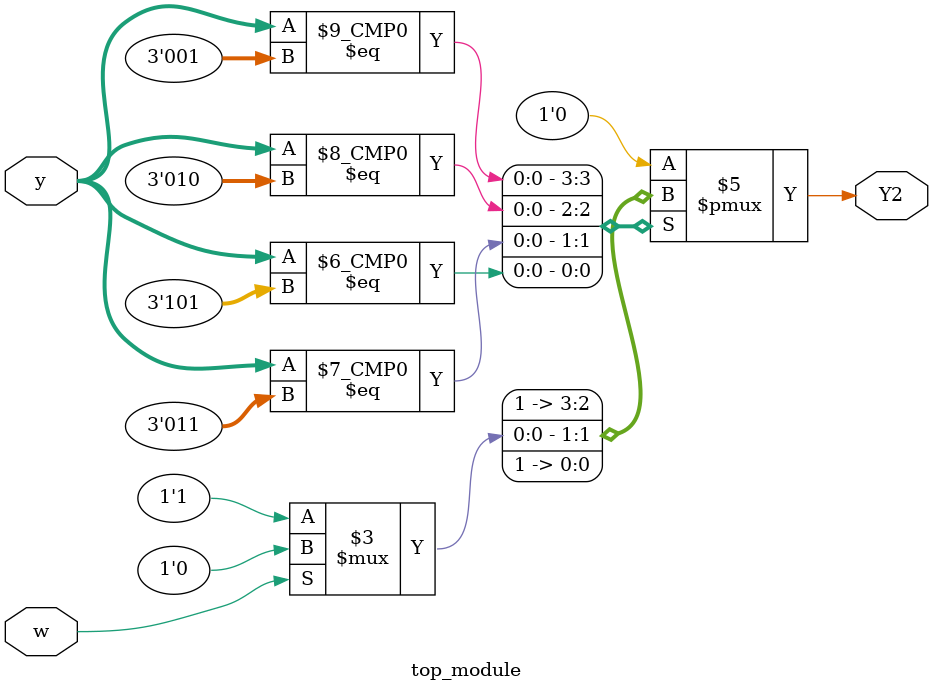
<source format=sv>
module top_module(
	input [3:1] y,
	input w,
	output reg Y2);

	always @(*) begin
		case (y)
			3'b000: Y2 = 1'b0; // A -> B
			3'b001: Y2 = 1'b1; // B -> A
			3'b010: Y2 = 1'b1; // C -> D
			3'b011: Y2 = (w == 1'b1) ? 1'b0 : 1'b1; // D -> A or D -> F
			3'b100: Y2 = 1'b0; // E -> D
			3'b101: Y2 = 1'b1; // F -> D
			default: Y2 = 1'b0; // Default
		endcase
	end

endmodule

</source>
